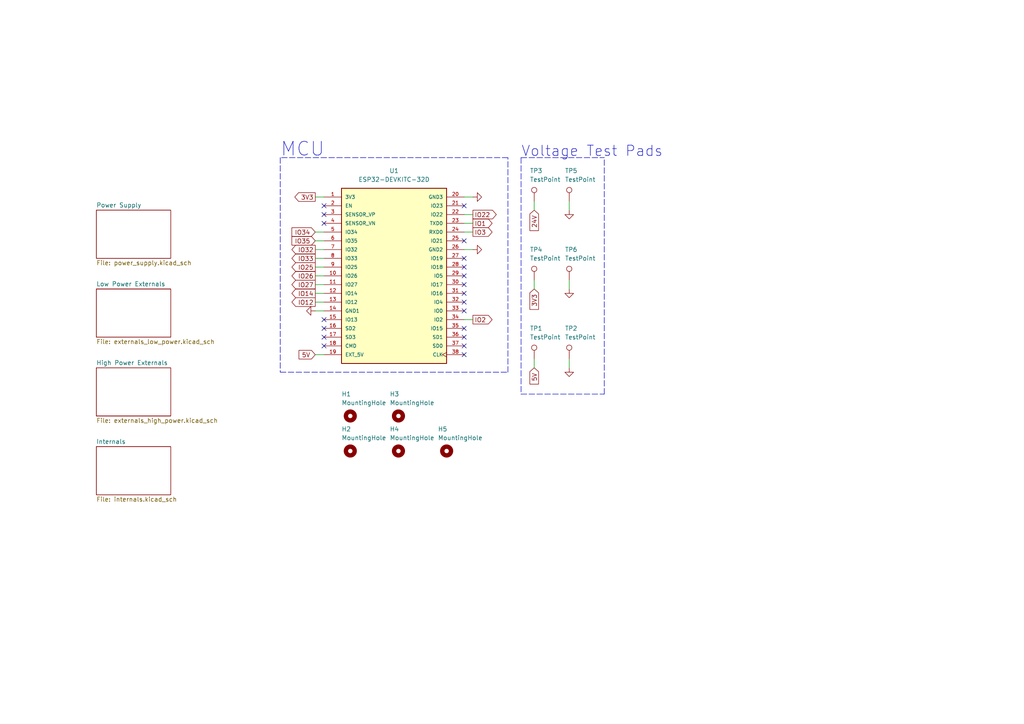
<source format=kicad_sch>
(kicad_sch (version 20211123) (generator eeschema)
  (paper "A4")
  (title_block (title "Plant Watering") (date "2022-08-29") (rev "1") (company "All in one device for plant irrigation") (comment 1 "Reading moisture, processing data, including weather, switching of solenoid valves") (comment 2 "5 A peak current, max. 1 s") (comment 3 "24 V input voltage"))
  (lib_symbols
    (symbol "Connector:TestPoint" (pin_numbers hide) (pin_names (offset 0.762) hide)
      (property "Reference" "TP" (at 0 6.858 0))
      (property "Value" "TestPoint" (at 0 5.08 0))
      (symbol "TestPoint_0_1"
        (circle (center 0 3.302) (radius 0.762))
      )
      (symbol "TestPoint_1_1"
        (pin passive line (at 0 0 90) (length 2.54) (name "1") (number "1"))
      )
    )
    (symbol "ESP32-DEVKITC-32D:ESP32-DEVKITC-32D" (pin_names (offset 1.016))
      (property "Reference" "U" (at -15.2654 26.0604 0))
      (property "Value" "ESP32-DEVKITC-32D" (at -15.2654 -27.9654 0))
      (symbol "ESP32-DEVKITC-32D_0_0"
        (rectangle (start -15.24 -25.4) (end 15.24 25.4) (stroke (width 0.254)) (fill (type background)))
        (pin power_in line (at -20.32 22.86 0) (length 5.08) (name "3V3") (number "1"))
        (pin bidirectional line (at -20.32 0 0) (length 5.08) (name "IO26") (number "10"))
        (pin bidirectional line (at -20.32 -2.54 0) (length 5.08) (name "IO27") (number "11"))
        (pin bidirectional line (at -20.32 -5.08 0) (length 5.08) (name "IO14") (number "12"))
        (pin bidirectional line (at -20.32 -7.62 0) (length 5.08) (name "IO12") (number "13"))
        (pin power_in line (at -20.32 -10.16 0) (length 5.08) (name "GND1") (number "14"))
        (pin bidirectional line (at -20.32 -12.7 0) (length 5.08) (name "IO13") (number "15"))
        (pin bidirectional line (at -20.32 -15.24 0) (length 5.08) (name "SD2") (number "16"))
        (pin bidirectional line (at -20.32 -17.78 0) (length 5.08) (name "SD3") (number "17"))
        (pin bidirectional line (at -20.32 -20.32 0) (length 5.08) (name "CMD") (number "18"))
        (pin power_in line (at -20.32 -22.86 0) (length 5.08) (name "EXT_5V") (number "19"))
        (pin input line (at -20.32 20.32 0) (length 5.08) (name "EN") (number "2"))
        (pin power_in line (at 20.32 22.86 180) (length 5.08) (name "GND3") (number "20"))
        (pin bidirectional line (at 20.32 20.32 180) (length 5.08) (name "IO23") (number "21"))
        (pin bidirectional line (at 20.32 17.78 180) (length 5.08) (name "IO22") (number "22"))
        (pin output line (at 20.32 15.24 180) (length 5.08) (name "TXD0") (number "23"))
        (pin input line (at 20.32 12.7 180) (length 5.08) (name "RXD0") (number "24"))
        (pin bidirectional line (at 20.32 10.16 180) (length 5.08) (name "IO21") (number "25"))
        (pin power_in line (at 20.32 7.62 180) (length 5.08) (name "GND2") (number "26"))
        (pin bidirectional line (at 20.32 5.08 180) (length 5.08) (name "IO19") (number "27"))
        (pin bidirectional line (at 20.32 2.54 180) (length 5.08) (name "IO18") (number "28"))
        (pin bidirectional line (at 20.32 0 180) (length 5.08) (name "IO5") (number "29"))
        (pin input line (at -20.32 17.78 0) (length 5.08) (name "SENSOR_VP") (number "3"))
        (pin bidirectional line (at 20.32 -2.54 180) (length 5.08) (name "IO17") (number "30"))
        (pin bidirectional line (at 20.32 -5.08 180) (length 5.08) (name "IO16") (number "31"))
        (pin bidirectional line (at 20.32 -7.62 180) (length 5.08) (name "IO4") (number "32"))
        (pin bidirectional line (at 20.32 -10.16 180) (length 5.08) (name "IO0") (number "33"))
        (pin bidirectional line (at 20.32 -12.7 180) (length 5.08) (name "IO2") (number "34"))
        (pin bidirectional line (at 20.32 -15.24 180) (length 5.08) (name "IO15") (number "35"))
        (pin bidirectional line (at 20.32 -17.78 180) (length 5.08) (name "SD1") (number "36"))
        (pin bidirectional line (at 20.32 -20.32 180) (length 5.08) (name "SD0") (number "37"))
        (pin input clock (at 20.32 -22.86 180) (length 5.08) (name "CLK") (number "38"))
        (pin input line (at -20.32 15.24 0) (length 5.08) (name "SENSOR_VN") (number "4"))
        (pin bidirectional line (at -20.32 12.7 0) (length 5.08) (name "IO34") (number "5"))
        (pin bidirectional line (at -20.32 10.16 0) (length 5.08) (name "IO35") (number "6"))
        (pin bidirectional line (at -20.32 7.62 0) (length 5.08) (name "IO32") (number "7"))
        (pin bidirectional line (at -20.32 5.08 0) (length 5.08) (name "IO33") (number "8"))
        (pin bidirectional line (at -20.32 2.54 0) (length 5.08) (name "IO25") (number "9"))
      )
    )
    (symbol "Mechanical:MountingHole" (pin_names (offset 1.016))
      (property "Reference" "H" (at 0 5.08 0))
      (property "Value" "MountingHole" (at 0 3.175 0))
      (symbol "MountingHole_0_1"
        (circle (center 0 0) (radius 1.27) (stroke (width 1.27)))
      )
    )
    (symbol "power:GND" (power) (pin_names (offset 0))
      (property "Value" "GND" (at 0 -3.81 0))
      (symbol "GND_0_1"
        (polyline (pts (xy 0 0) (xy 0 -1.27) (xy 1.27 -1.27) (xy 0 -2.54) (xy -1.27 -1.27) (xy 0 -1.27)))
      )
      (symbol "GND_1_1"
        (pin power_in line (at 0 0 270) (length 0) hide (name "GND") (number "1"))
      )
    )
  )
  (no_connect (at 134.62 90.17))
  (no_connect (at 93.98 59.69))
  (no_connect (at 93.98 62.23))
  (no_connect (at 134.62 102.87))
  (no_connect (at 134.62 97.79))
  (no_connect (at 134.62 100.33))
  (no_connect (at 134.62 85.09))
  (no_connect (at 134.62 87.63))
  (no_connect (at 93.98 95.25))
  (no_connect (at 134.62 95.25))
  (no_connect (at 93.98 92.71))
  (no_connect (at 134.62 59.69))
  (no_connect (at 134.62 69.85))
  (no_connect (at 93.98 100.33))
  (no_connect (at 93.98 97.79))
  (no_connect (at 134.62 77.47))
  (no_connect (at 134.62 80.01))
  (no_connect (at 134.62 74.93))
  (no_connect (at 134.62 82.55))
  (no_connect (at 93.98 64.77))
  (polyline (pts (xy 151.13 45.72) (xy 151.13 114.3)))
  (polyline (pts (xy 175.26 114.3) (xy 175.26 45.72)))
  (polyline (pts (xy 81.28 45.72) (xy 81.28 107.95)))
  (wire (pts (xy 91.44 82.55) (xy 93.98 82.55)))
  (wire (pts (xy 134.62 72.39) (xy 137.16 72.39)))
  (polyline (pts (xy 147.32 107.95) (xy 147.32 45.72)))
  (wire (pts (xy 154.94 58.42) (xy 154.94 60.96)))
  (wire (pts (xy 137.16 64.77) (xy 134.62 64.77)))
  (wire (pts (xy 91.44 74.93) (xy 93.98 74.93)))
  (polyline (pts (xy 151.13 114.3) (xy 175.26 114.3)))
  (wire (pts (xy 154.94 104.14) (xy 154.94 106.68)))
  (polyline (pts (xy 147.32 45.72) (xy 81.28 45.72)))
  (wire (pts (xy 93.98 90.17) (xy 91.44 90.17)))
  (wire (pts (xy 91.44 57.15) (xy 93.98 57.15)))
  (wire (pts (xy 165.1 58.42) (xy 165.1 60.96)))
  (wire (pts (xy 91.44 102.87) (xy 93.98 102.87)))
  (wire (pts (xy 91.44 67.31) (xy 93.98 67.31)))
  (polyline (pts (xy 81.28 107.95) (xy 147.32 107.95)))
  (wire (pts (xy 137.16 92.71) (xy 134.62 92.71)))
  (wire (pts (xy 91.44 72.39) (xy 93.98 72.39)))
  (wire (pts (xy 91.44 87.63) (xy 93.98 87.63)))
  (wire (pts (xy 137.16 67.31) (xy 134.62 67.31)))
  (wire (pts (xy 154.94 81.28) (xy 154.94 83.82)))
  (polyline (pts (xy 151.13 45.72) (xy 175.26 45.72)))
  (wire (pts (xy 91.44 80.01) (xy 93.98 80.01)))
  (wire (pts (xy 91.44 85.09) (xy 93.98 85.09)))
  (wire (pts (xy 137.16 62.23) (xy 134.62 62.23)))
  (wire (pts (xy 165.1 104.14) (xy 165.1 106.68)))
  (wire (pts (xy 91.44 77.47) (xy 93.98 77.47)))
  (wire (pts (xy 91.44 69.85) (xy 93.98 69.85)))
  (wire (pts (xy 165.1 81.28) (xy 165.1 83.82)))
  (wire (pts (xy 134.62 57.15) (xy 137.16 57.15)))
  (text "Voltage Test Pads" (at 151.13 45.72 0) (effects (font (size 3 3)) (justify left bottom)))
  (text "MCU" (at 81.28 45.72 0) (effects (font (size 4 4)) (justify left bottom)))
  (global_label "IO12" (shape output) (at 91.44 87.63 180) (property "Intersheet References" "${INTERSHEET_REFS}" (effects hide)))
  (global_label "IO2" (shape output) (at 137.16 92.71 0) (property "Intersheet References" "${INTERSHEET_REFS}" (effects hide)))
  (global_label "IO3" (shape output) (at 137.16 67.31 0) (property "Intersheet References" "${INTERSHEET_REFS}" (effects hide)))
  (global_label "IO33" (shape output) (at 91.44 74.93 180) (property "Intersheet References" "${INTERSHEET_REFS}" (effects hide)))
  (global_label "IO22" (shape output) (at 137.16 62.23 0) (property "Intersheet References" "${INTERSHEET_REFS}" (effects hide)))
  (global_label "3V3" (shape input) (at 154.94 83.82 270) (property "Intersheet References" "${INTERSHEET_REFS}" (effects hide)))
  (global_label "IO26" (shape output) (at 91.44 80.01 180) (property "Intersheet References" "${INTERSHEET_REFS}" (effects hide)))
  (global_label "IO25" (shape output) (at 91.44 77.47 180) (property "Intersheet References" "${INTERSHEET_REFS}" (effects hide)))
  (global_label "3V3" (shape output) (at 91.44 57.15 180) (property "Intersheet References" "${INTERSHEET_REFS}" (effects hide)))
  (global_label "5V" (shape input) (at 154.94 106.68 270) (property "Intersheet References" "${INTERSHEET_REFS}" (effects hide)))
  (global_label "IO34" (shape input) (at 91.44 67.31 180) (property "Intersheet References" "${INTERSHEET_REFS}" (effects hide)))
  (global_label "IO14" (shape output) (at 91.44 85.09 180) (property "Intersheet References" "${INTERSHEET_REFS}" (effects hide)))
  (global_label "IO27" (shape output) (at 91.44 82.55 180) (property "Intersheet References" "${INTERSHEET_REFS}" (effects hide)))
  (global_label "IO32" (shape output) (at 91.44 72.39 180) (property "Intersheet References" "${INTERSHEET_REFS}" (effects hide)))
  (global_label "IO1" (shape output) (at 137.16 64.77 0) (property "Intersheet References" "${INTERSHEET_REFS}" (effects hide)))
  (global_label "IO35" (shape input) (at 91.44 69.85 180) (property "Intersheet References" "${INTERSHEET_REFS}" (effects hide)))
  (global_label "24V" (shape input) (at 154.94 60.96 270) (property "Intersheet References" "${INTERSHEET_REFS}" (effects hide)))
  (global_label "5V" (shape input) (at 91.44 102.87 180) (property "Intersheet References" "${INTERSHEET_REFS}" (effects hide)))
  (symbol (lib_id "Connector:TestPoint") (at 154.94 104.14 0) (unit 1)
    (property "Reference" "TP1" (at 153.67 95.25 0) (effects (justify left)))
    (property "Value" "TestPoint" (at 153.67 97.79 0) (effects (justify left)))
    (property "Footprint" "TestPoint:TestPoint_Pad_D2.0mm" (effects hide))
  )
  (symbol (lib_id "Connector:TestPoint") (at 154.94 81.28 0) (unit 1)
    (property "Reference" "TP4" (at 153.67 72.39 0) (effects (justify left)))
    (property "Value" "TestPoint" (at 153.67 74.93 0) (effects (justify left)))
    (property "Footprint" "TestPoint:TestPoint_Pad_D2.0mm" (effects hide))
  )
  (symbol (lib_id "Connector:TestPoint") (at 154.94 58.42 0) (unit 1)
    (property "Reference" "TP3" (at 153.67 49.53 0) (effects (justify left)))
    (property "Value" "TestPoint" (at 153.67 52.07 0) (effects (justify left)))
    (property "Footprint" "TestPoint:TestPoint_Pad_D2.0mm" (effects hide))
  )
  (symbol (lib_id "power:GND") (at 137.16 72.39 90) (unit 1)
    (property "Reference" "#PWR0101" (effects hide))
    (property "Value" "GND" (effects hide))
  )
  (symbol (lib_id "Mechanical:MountingHole") (at 115.57 130.81 0) (unit 1)
    (property "Reference" "H4" (at 113.03 124.46 0) (effects (justify left)))
    (property "Value" "MountingHole" (at 113.03 127 0) (effects (justify left)))
    (property "Footprint" "MountingHole:MountingHole_4.3mm_M4" (effects hide))
  )
  (symbol (lib_id "power:GND") (at 165.1 83.82 0) (unit 1)
    (property "Reference" "#PWR027" (effects hide))
    (property "Value" "GND" (effects hide))
  )
  (symbol (lib_id "Connector:TestPoint") (at 165.1 58.42 0) (unit 1)
    (property "Reference" "TP5" (at 163.83 49.53 0) (effects (justify left)))
    (property "Value" "TestPoint" (at 163.83 52.07 0) (effects (justify left)))
    (property "Footprint" "TestPoint:TestPoint_Pad_D2.0mm" (effects hide))
  )
  (symbol (lib_id "Mechanical:MountingHole") (at 129.54 130.81 0) (unit 1)
    (property "Reference" "H5" (at 127 124.46 0) (effects (justify left)))
    (property "Value" "MountingHole" (at 127 127 0) (effects (justify left)))
    (property "Footprint" "MountingHole:MountingHole_4.3mm_M4" (effects hide))
  )
  (symbol (lib_id "Mechanical:MountingHole") (at 101.6 130.81 0) (unit 1)
    (property "Reference" "H2" (at 99.06 124.46 0) (effects (justify left)))
    (property "Value" "MountingHole" (at 99.06 127 0) (effects (justify left)))
    (property "Footprint" "MountingHole:MountingHole_4.3mm_M4" (effects hide))
  )
  (symbol (lib_id "ESP32-DEVKITC-32D:ESP32-DEVKITC-32D") (at 114.3 80.01 0) (unit 1) (in_bom no)
    (property "Reference" "U1" (at 114.3 49.53 0))
    (property "Value" "ESP32-DEVKITC-32D" (at 114.3 52.07 0))
    (property "Footprint" "PersonalLibrary:MODULE_ESP32-DEVKITC-32D" (effects hide))
    (property "PARTREV" "4" (effects hide))
    (property "MANUFACTURER" "Espressif Systems" (effects hide))
  )
  (symbol (lib_id "power:GND") (at 165.1 60.96 0) (unit 1)
    (property "Reference" "#PWR026" (effects hide))
    (property "Value" "GND" (effects hide))
  )
  (symbol (lib_id "Mechanical:MountingHole") (at 115.57 120.65 0) (unit 1)
    (property "Reference" "H3" (at 113.03 114.3 0) (effects (justify left)))
    (property "Value" "MountingHole" (at 113.03 116.84 0) (effects (justify left)))
    (property "Footprint" "MountingHole:MountingHole_4.3mm_M4" (effects hide))
  )
  (symbol (lib_id "Mechanical:MountingHole") (at 101.6 120.65 0) (unit 1)
    (property "Reference" "H1" (at 99.06 114.3 0) (effects (justify left)))
    (property "Value" "MountingHole" (at 99.06 116.84 0) (effects (justify left)))
    (property "Footprint" "MountingHole:MountingHole_4.3mm_M4" (effects hide))
  )
  (symbol (lib_id "power:GND") (at 165.1 106.68 0) (unit 1)
    (property "Reference" "#PWR024" (effects hide))
    (property "Value" "GND" (effects hide))
  )
  (symbol (lib_id "power:GND") (at 91.44 90.17 270) (unit 1)
    (property "Reference" "#PWR06" (effects hide))
    (property "Value" "GND" (effects hide))
  )
  (symbol (lib_id "Connector:TestPoint") (at 165.1 104.14 0) (unit 1)
    (property "Reference" "TP2" (at 163.83 95.25 0) (effects (justify left)))
    (property "Value" "TestPoint" (at 163.83 97.79 0) (effects (justify left)))
    (property "Footprint" "TestPoint:TestPoint_Pad_D2.0mm" (effects hide))
  )
  (symbol (lib_id "Connector:TestPoint") (at 165.1 81.28 0) (unit 1)
    (property "Reference" "TP6" (at 163.83 72.39 0) (effects (justify left)))
    (property "Value" "TestPoint" (at 163.83 74.93 0) (effects (justify left)))
    (property "Footprint" "TestPoint:TestPoint_Pad_D2.0mm" (effects hide))
  )
  (symbol (lib_id "power:GND") (at 137.16 57.15 90) (unit 1)
    (property "Reference" "#PWR0102" (effects hide))
    (property "Value" "GND" (effects hide))
  )
  (sheet (at 27.94 83.82) (size 21.59 13.97) (stroke (width 0.1524))
    (property "Sheet name" "Low Power Externals" (at 27.94 83.1084 0) (effects (justify left bottom)))
    (property "Sheet file" "externals_low_power.kicad_sch" (at 27.94 98.3746 0) (effects (justify left top)))
  )
  (sheet (at 27.94 129.54) (size 21.59 13.97) (stroke (width 0.1524))
    (property "Sheet name" "Internals" (at 27.94 128.8284 0) (effects (justify left bottom)))
    (property "Sheet file" "internals.kicad_sch" (at 27.94 144.0946 0) (effects (justify left top)))
  )
  (sheet (at 27.94 60.96) (size 21.59 13.97) (stroke (width 0.1524))
    (property "Sheet name" "Power Supply" (at 27.94 60.2484 0) (effects (justify left bottom)))
    (property "Sheet file" "power_supply.kicad_sch" (at 27.94 75.5146 0) (effects (justify left top)))
  )
  (sheet (at 27.94 106.68) (size 21.59 13.97) (stroke (width 0.1524))
    (property "Sheet name" "High Power Externals" (at 27.94 105.9684 0) (effects (justify left bottom)))
    (property "Sheet file" "externals_high_power.kicad_sch" (at 27.94 121.2346 0) (effects (justify left top)))
  )
)
</source>
